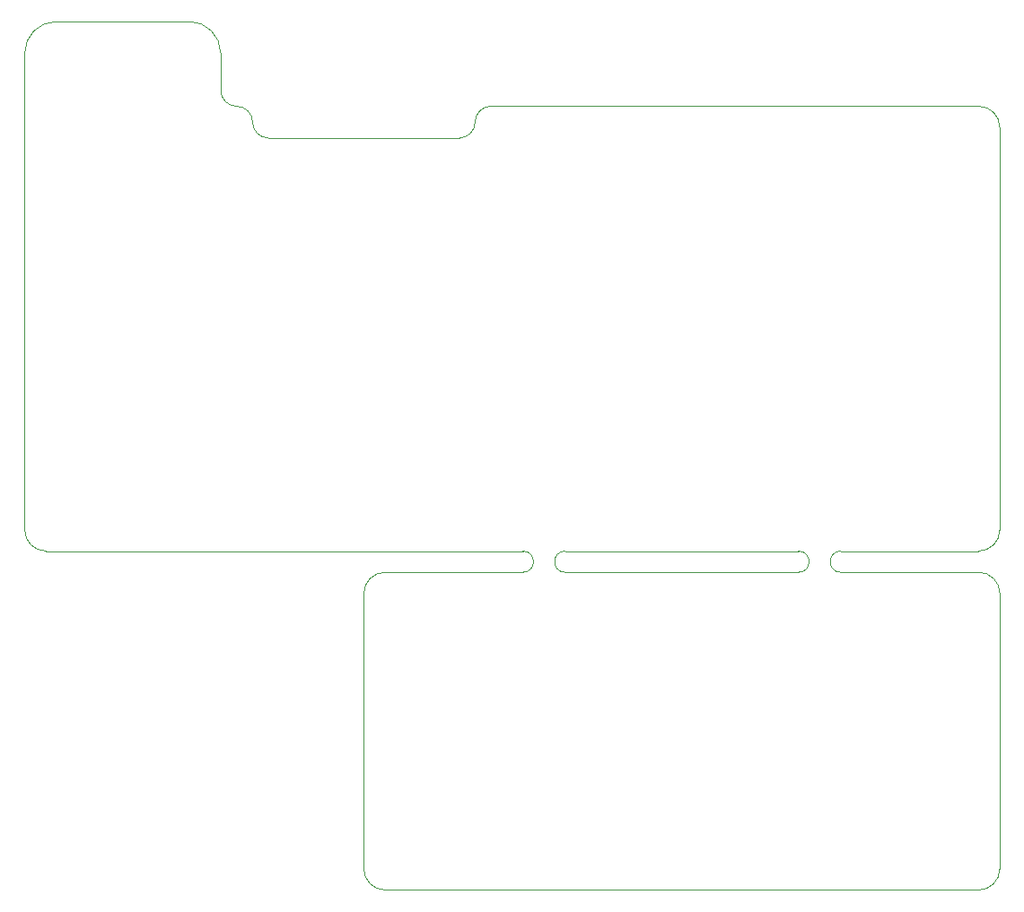
<source format=gbr>
%TF.GenerationSoftware,KiCad,Pcbnew,(5.1.10)-1*%
%TF.CreationDate,2021-06-06T00:54:17+02:00*%
%TF.ProjectId,LakeTemp,4c616b65-5465-46d7-902e-6b696361645f,2.0*%
%TF.SameCoordinates,Original*%
%TF.FileFunction,Profile,NP*%
%FSLAX46Y46*%
G04 Gerber Fmt 4.6, Leading zero omitted, Abs format (unit mm)*
G04 Created by KiCad (PCBNEW (5.1.10)-1) date 2021-06-06 00:54:17*
%MOMM*%
%LPD*%
G01*
G04 APERTURE LIST*
%TA.AperFunction,Profile*%
%ADD10C,0.050000*%
%TD*%
G04 APERTURE END LIST*
D10*
X127510000Y-58750000D02*
G75*
G02*
X129010000Y-60250000I0J-1500000D01*
G01*
X130510000Y-61750000D02*
G75*
G02*
X129010000Y-60250000I0J1500000D01*
G01*
X150010000Y-60250000D02*
G75*
G02*
X151510000Y-58750000I1500000J0D01*
G01*
X150010000Y-60250000D02*
G75*
G02*
X148510000Y-61750000I-1500000J0D01*
G01*
X127510000Y-58750000D02*
G75*
G02*
X126010000Y-57250000I0J1500000D01*
G01*
X197510000Y-58750000D02*
G75*
G02*
X199510000Y-60750000I0J-2000000D01*
G01*
X199510000Y-98750000D02*
G75*
G02*
X197510000Y-100750000I-2000000J0D01*
G01*
X109510000Y-100750000D02*
G75*
G02*
X107510000Y-98750000I0J2000000D01*
G01*
X107510000Y-53750000D02*
G75*
G02*
X110510000Y-50750000I3000000J0D01*
G01*
X123010000Y-50750000D02*
G75*
G02*
X126010000Y-53750000I0J-3000000D01*
G01*
X126010000Y-57250000D02*
X126010000Y-53750000D01*
X110510000Y-50750000D02*
X123010000Y-50750000D01*
X158510000Y-102750000D02*
X180510000Y-102750000D01*
X180510000Y-100750000D02*
X158510000Y-100750000D01*
X184510000Y-102750000D02*
X197510000Y-102750000D01*
X197510000Y-100750000D02*
X184510000Y-100750000D01*
X184510000Y-102750000D02*
G75*
G02*
X184510000Y-100750000I0J1000000D01*
G01*
X180510000Y-100750000D02*
G75*
G02*
X180510000Y-102750000I0J-1000000D01*
G01*
X158510000Y-102750000D02*
G75*
G02*
X158510000Y-100750000I0J1000000D01*
G01*
X154510000Y-100750000D02*
G75*
G02*
X154510000Y-102750000I0J-1000000D01*
G01*
X199510000Y-130750000D02*
G75*
G02*
X197510000Y-132750000I-2000000J0D01*
G01*
X154510000Y-102750000D02*
X141510000Y-102750000D01*
X199510000Y-60750000D02*
X199510000Y-98750000D01*
X139510000Y-130750000D02*
X139510000Y-104750000D01*
X197510000Y-132750000D02*
X141510000Y-132750000D01*
X199510000Y-104750000D02*
X199510000Y-130750000D01*
X141510000Y-132750000D02*
G75*
G02*
X139510000Y-130750000I0J2000000D01*
G01*
X139510000Y-104750000D02*
G75*
G02*
X141510000Y-102750000I2000000J0D01*
G01*
X197510000Y-102750000D02*
G75*
G02*
X199510000Y-104750000I0J-2000000D01*
G01*
X148510000Y-61750000D02*
X130510000Y-61750000D01*
X109510000Y-100750000D02*
X154510000Y-100750000D01*
X107510000Y-53750000D02*
X107510000Y-98750000D01*
X197510000Y-58750000D02*
X151510000Y-58750000D01*
M02*

</source>
